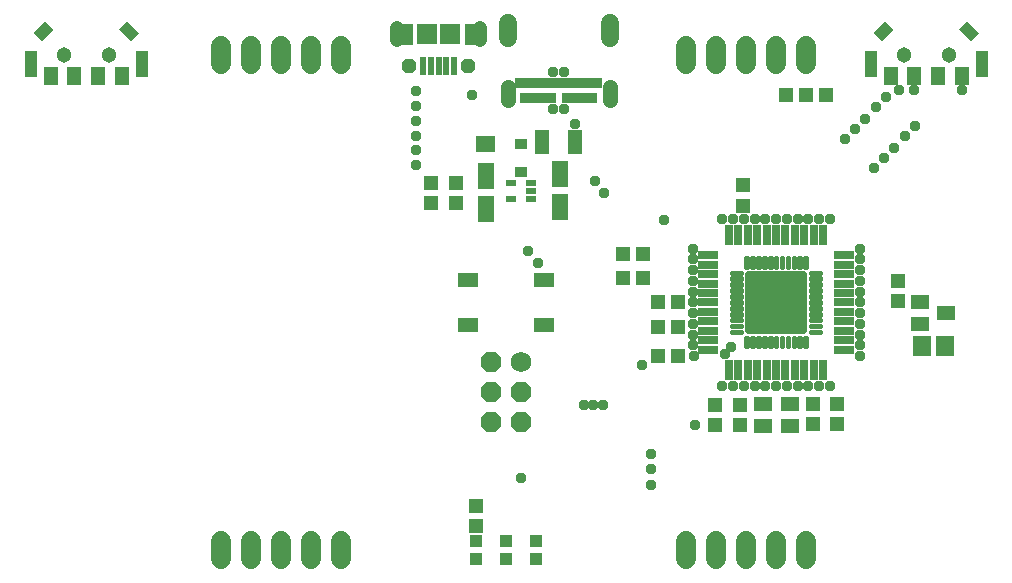
<source format=gbr>
G04 EAGLE Gerber RS-274X export*
G75*
%MOMM*%
%FSLAX34Y34*%
%LPD*%
%INSoldermask Top*%
%IPPOS*%
%AMOC8*
5,1,8,0,0,1.08239X$1,22.5*%
G01*
%ADD10R,1.676400X0.711200*%
%ADD11R,0.711200X1.676400*%
%ADD12C,0.686816*%
%ADD13C,0.276759*%
%ADD14R,0.953200X0.603200*%
%ADD15R,1.203200X2.003200*%
%ADD16R,1.033200X0.833200*%
%ADD17R,0.838200X1.473200*%
%ADD18R,1.503200X1.303200*%
%ADD19R,1.203200X1.303200*%
%ADD20R,0.603200X1.553200*%
%ADD21P,1.365110X8X202.500000*%
%ADD22C,1.211200*%
%ADD23R,1.703200X1.753200*%
%ADD24R,0.503200X0.903200*%
%ADD25R,1.203200X0.903200*%
%ADD26C,1.311200*%
%ADD27C,1.503200*%
%ADD28R,1.403200X2.203200*%
%ADD29R,1.303200X1.203200*%
%ADD30R,1.003200X1.003200*%
%ADD31R,1.203200X1.503200*%
%ADD32R,1.103200X2.203200*%
%ADD33C,1.303200*%
%ADD34R,1.403200X1.003200*%
%ADD35C,1.727200*%
%ADD36R,1.803200X1.203200*%
%ADD37C,1.727200*%
%ADD38P,1.869504X8X292.500000*%
%ADD39R,1.603200X1.203200*%
%ADD40R,1.503200X1.703200*%
%ADD41C,0.959600*%

G36*
X410650Y465908D02*
X410650Y465908D01*
X410651Y465908D01*
X411763Y466033D01*
X411764Y466034D01*
X411764Y466033D01*
X412821Y466403D01*
X412821Y466404D01*
X412822Y466404D01*
X413770Y466999D01*
X413770Y467000D01*
X413771Y467000D01*
X414563Y467792D01*
X414563Y467793D01*
X415159Y468741D01*
X415159Y468742D01*
X415529Y469798D01*
X415529Y469799D01*
X415530Y469802D01*
X415530Y469807D01*
X415531Y469812D01*
X415531Y469816D01*
X415533Y469831D01*
X415533Y469835D01*
X415534Y469840D01*
X415534Y469845D01*
X415535Y469845D01*
X415534Y469845D01*
X415535Y469850D01*
X415536Y469854D01*
X415537Y469869D01*
X415538Y469873D01*
X415538Y469878D01*
X415539Y469883D01*
X415539Y469888D01*
X415540Y469892D01*
X415541Y469907D01*
X415542Y469911D01*
X415543Y469916D01*
X415543Y469921D01*
X415544Y469926D01*
X415544Y469930D01*
X415546Y469945D01*
X415546Y469949D01*
X415547Y469954D01*
X415547Y469959D01*
X415548Y469964D01*
X415549Y469978D01*
X415550Y469978D01*
X415549Y469978D01*
X415550Y469983D01*
X415551Y469987D01*
X415551Y469992D01*
X415552Y469997D01*
X415552Y470002D01*
X415554Y470016D01*
X415554Y470021D01*
X415555Y470025D01*
X415555Y470030D01*
X415556Y470035D01*
X415556Y470040D01*
X415558Y470054D01*
X415559Y470059D01*
X415559Y470063D01*
X415560Y470068D01*
X415560Y470073D01*
X415561Y470078D01*
X415562Y470092D01*
X415563Y470097D01*
X415563Y470101D01*
X415564Y470106D01*
X415564Y470111D01*
X415567Y470130D01*
X415567Y470135D01*
X415568Y470139D01*
X415568Y470144D01*
X415569Y470149D01*
X415570Y470163D01*
X415571Y470168D01*
X415571Y470173D01*
X415572Y470177D01*
X415572Y470182D01*
X415573Y470182D01*
X415572Y470182D01*
X415573Y470187D01*
X415575Y470201D01*
X415575Y470206D01*
X415576Y470211D01*
X415576Y470215D01*
X415577Y470220D01*
X415577Y470225D01*
X415579Y470239D01*
X415579Y470244D01*
X415580Y470249D01*
X415581Y470253D01*
X415581Y470258D01*
X415582Y470263D01*
X415583Y470277D01*
X415584Y470282D01*
X415584Y470287D01*
X415585Y470291D01*
X415585Y470296D01*
X415587Y470315D01*
X415588Y470315D01*
X415587Y470315D01*
X415588Y470320D01*
X415589Y470325D01*
X415589Y470329D01*
X415590Y470334D01*
X415591Y470348D01*
X415592Y470353D01*
X415592Y470358D01*
X415593Y470363D01*
X415593Y470367D01*
X415594Y470372D01*
X415596Y470386D01*
X415596Y470391D01*
X415597Y470396D01*
X415597Y470401D01*
X415598Y470405D01*
X415598Y470410D01*
X415600Y470424D01*
X415600Y470429D01*
X415601Y470434D01*
X415601Y470439D01*
X415602Y470443D01*
X415602Y470448D01*
X415604Y470462D01*
X415605Y470467D01*
X415605Y470472D01*
X415606Y470477D01*
X415606Y470481D01*
X415608Y470496D01*
X415608Y470500D01*
X415609Y470505D01*
X415609Y470510D01*
X415610Y470515D01*
X415610Y470519D01*
X415611Y470519D01*
X415610Y470519D01*
X415612Y470534D01*
X415613Y470538D01*
X415613Y470543D01*
X415614Y470548D01*
X415614Y470553D01*
X415615Y470557D01*
X415616Y470572D01*
X415617Y470576D01*
X415617Y470581D01*
X415618Y470586D01*
X415619Y470591D01*
X415619Y470595D01*
X415621Y470610D01*
X415621Y470614D01*
X415622Y470619D01*
X415622Y470624D01*
X415623Y470629D01*
X415625Y470648D01*
X415625Y470652D01*
X415626Y470652D01*
X415625Y470652D01*
X415626Y470657D01*
X415627Y470662D01*
X415627Y470667D01*
X415629Y470681D01*
X415629Y470686D01*
X415630Y470690D01*
X415630Y470695D01*
X415631Y470700D01*
X415631Y470705D01*
X415633Y470719D01*
X415634Y470724D01*
X415634Y470728D01*
X415635Y470733D01*
X415635Y470738D01*
X415636Y470743D01*
X415637Y470757D01*
X415638Y470762D01*
X415638Y470766D01*
X415639Y470771D01*
X415639Y470776D01*
X415640Y470781D01*
X415642Y470795D01*
X415642Y470800D01*
X415643Y470804D01*
X415643Y470809D01*
X415644Y470814D01*
X415646Y470833D01*
X415646Y470838D01*
X415647Y470842D01*
X415647Y470847D01*
X415648Y470852D01*
X415650Y470866D01*
X415650Y470871D01*
X415651Y470876D01*
X415651Y470880D01*
X415652Y470885D01*
X415652Y470890D01*
X415654Y470904D01*
X415654Y470909D01*
X415655Y470912D01*
X415655Y470913D01*
X415655Y478413D01*
X415529Y479526D01*
X415529Y479527D01*
X415159Y480583D01*
X415159Y480584D01*
X414563Y481532D01*
X414562Y481533D01*
X414563Y481533D01*
X413771Y482325D01*
X413770Y482325D01*
X413770Y482326D01*
X412822Y482921D01*
X412821Y482921D01*
X412821Y482922D01*
X411764Y483292D01*
X411764Y483291D01*
X411763Y483292D01*
X410651Y483417D01*
X410650Y483417D01*
X396650Y483417D01*
X396645Y483413D01*
X396646Y483413D01*
X396645Y483413D01*
X396645Y465913D01*
X396649Y465908D01*
X396650Y465908D01*
X410650Y465908D01*
X410650Y465908D01*
G37*
G36*
X352655Y465912D02*
X352655Y465912D01*
X352654Y465912D01*
X352655Y465913D01*
X352655Y483413D01*
X352651Y483417D01*
X352650Y483417D01*
X338650Y483417D01*
X338649Y483417D01*
X337537Y483292D01*
X337536Y483291D01*
X337536Y483292D01*
X336479Y482922D01*
X336479Y482921D01*
X336478Y482921D01*
X335530Y482326D01*
X335530Y482325D01*
X335529Y482325D01*
X334738Y481533D01*
X334737Y481533D01*
X334737Y481532D01*
X334141Y480584D01*
X334141Y480583D01*
X333771Y479527D01*
X333771Y479526D01*
X333769Y479512D01*
X333769Y479508D01*
X333768Y479503D01*
X333768Y479498D01*
X333767Y479493D01*
X333765Y479479D01*
X333765Y479474D01*
X333764Y479470D01*
X333764Y479465D01*
X333763Y479460D01*
X333763Y479455D01*
X333761Y479441D01*
X333761Y479436D01*
X333760Y479432D01*
X333760Y479427D01*
X333759Y479422D01*
X333758Y479417D01*
X333757Y479403D01*
X333756Y479398D01*
X333756Y479394D01*
X333755Y479389D01*
X333755Y479384D01*
X333754Y479379D01*
X333753Y479365D01*
X333752Y479360D01*
X333752Y479356D01*
X333751Y479356D01*
X333752Y479356D01*
X333751Y479351D01*
X333750Y479346D01*
X333748Y479327D01*
X333748Y479322D01*
X333747Y479318D01*
X333747Y479313D01*
X333746Y479308D01*
X333745Y479294D01*
X333744Y479289D01*
X333743Y479284D01*
X333743Y479280D01*
X333742Y479275D01*
X333742Y479270D01*
X333740Y479256D01*
X333740Y479251D01*
X333739Y479246D01*
X333739Y479242D01*
X333738Y479237D01*
X333738Y479232D01*
X333736Y479218D01*
X333735Y479213D01*
X333735Y479208D01*
X333734Y479204D01*
X333734Y479199D01*
X333733Y479194D01*
X333732Y479180D01*
X333731Y479175D01*
X333731Y479170D01*
X333730Y479166D01*
X333730Y479161D01*
X333728Y479147D01*
X333727Y479142D01*
X333727Y479137D01*
X333726Y479132D01*
X333726Y479128D01*
X333725Y479123D01*
X333724Y479109D01*
X333723Y479104D01*
X333723Y479099D01*
X333722Y479094D01*
X333722Y479090D01*
X333721Y479085D01*
X333719Y479071D01*
X333719Y479066D01*
X333718Y479061D01*
X333718Y479056D01*
X333717Y479052D01*
X333717Y479047D01*
X333715Y479033D01*
X333715Y479028D01*
X333714Y479023D01*
X333714Y479018D01*
X333713Y479018D01*
X333714Y479018D01*
X333713Y479014D01*
X333711Y478995D01*
X333710Y478990D01*
X333710Y478985D01*
X333709Y478980D01*
X333709Y478976D01*
X333707Y478961D01*
X333707Y478957D01*
X333706Y478952D01*
X333705Y478947D01*
X333705Y478942D01*
X333704Y478938D01*
X333703Y478923D01*
X333702Y478919D01*
X333702Y478914D01*
X333701Y478909D01*
X333701Y478904D01*
X333700Y478900D01*
X333699Y478885D01*
X333698Y478885D01*
X333699Y478885D01*
X333698Y478881D01*
X333697Y478876D01*
X333697Y478871D01*
X333696Y478866D01*
X333696Y478862D01*
X333694Y478847D01*
X333694Y478843D01*
X333693Y478838D01*
X333693Y478833D01*
X333692Y478828D01*
X333690Y478809D01*
X333689Y478805D01*
X333689Y478800D01*
X333688Y478795D01*
X333688Y478790D01*
X333686Y478776D01*
X333686Y478771D01*
X333685Y478767D01*
X333685Y478762D01*
X333684Y478757D01*
X333684Y478752D01*
X333682Y478738D01*
X333681Y478733D01*
X333681Y478729D01*
X333680Y478724D01*
X333680Y478719D01*
X333679Y478714D01*
X333678Y478700D01*
X333677Y478695D01*
X333677Y478691D01*
X333676Y478686D01*
X333676Y478681D01*
X333675Y478681D01*
X333676Y478681D01*
X333675Y478676D01*
X333673Y478662D01*
X333673Y478657D01*
X333672Y478653D01*
X333672Y478648D01*
X333671Y478643D01*
X333670Y478629D01*
X333669Y478624D01*
X333669Y478619D01*
X333668Y478615D01*
X333667Y478610D01*
X333667Y478605D01*
X333665Y478591D01*
X333665Y478586D01*
X333664Y478581D01*
X333664Y478577D01*
X333663Y478572D01*
X333663Y478567D01*
X333661Y478553D01*
X333661Y478548D01*
X333660Y478548D01*
X333661Y478548D01*
X333660Y478543D01*
X333659Y478539D01*
X333659Y478534D01*
X333658Y478529D01*
X333657Y478515D01*
X333656Y478510D01*
X333656Y478505D01*
X333655Y478501D01*
X333655Y478496D01*
X333652Y478477D01*
X333652Y478472D01*
X333651Y478467D01*
X333651Y478463D01*
X333650Y478458D01*
X333649Y478444D01*
X333648Y478439D01*
X333648Y478434D01*
X333647Y478429D01*
X333647Y478425D01*
X333646Y478420D01*
X333645Y478413D01*
X333646Y478413D01*
X333645Y478413D01*
X333645Y470913D01*
X333646Y470912D01*
X333645Y470912D01*
X333771Y469799D01*
X333771Y469798D01*
X334141Y468742D01*
X334141Y468741D01*
X334737Y467793D01*
X334738Y467792D01*
X335529Y467000D01*
X335530Y467000D01*
X335530Y466999D01*
X336478Y466404D01*
X336479Y466404D01*
X336479Y466403D01*
X337536Y466033D01*
X337537Y466034D01*
X337537Y466033D01*
X338649Y465908D01*
X338650Y465908D01*
X352650Y465908D01*
X352655Y465912D01*
G37*
D10*
X602996Y287528D03*
X602996Y279654D03*
X602996Y271526D03*
X602996Y263652D03*
X602996Y255524D03*
X602996Y247650D03*
X602996Y239776D03*
X602996Y231648D03*
X602996Y223774D03*
X602996Y215646D03*
X602996Y207772D03*
D11*
X620522Y190246D03*
X628396Y190246D03*
X636524Y190246D03*
X644398Y190246D03*
X652526Y190246D03*
X660400Y190246D03*
X668274Y190246D03*
X676402Y190246D03*
X684276Y190246D03*
X692404Y190246D03*
X700278Y190246D03*
D10*
X717804Y207772D03*
X717804Y215646D03*
X717804Y223774D03*
X717804Y231648D03*
X717804Y239776D03*
X717804Y247650D03*
X717804Y255524D03*
X717804Y263652D03*
X717804Y271526D03*
X717804Y279654D03*
X717804Y287528D03*
D11*
X700278Y305054D03*
X692404Y305054D03*
X684276Y305054D03*
X676402Y305054D03*
X668274Y305054D03*
X660400Y305054D03*
X652526Y305054D03*
X644398Y305054D03*
X636524Y305054D03*
X628396Y305054D03*
X620522Y305054D03*
D12*
X637418Y224668D02*
X683382Y224668D01*
X637418Y224668D02*
X637418Y270632D01*
X683382Y270632D01*
X683382Y224668D01*
X683382Y231193D02*
X637418Y231193D01*
X637418Y237718D02*
X683382Y237718D01*
X683382Y244243D02*
X637418Y244243D01*
X637418Y250768D02*
X683382Y250768D01*
X683382Y257293D02*
X637418Y257293D01*
X637418Y263818D02*
X683382Y263818D01*
X683382Y270343D02*
X637418Y270343D01*
D13*
X631532Y273782D02*
X622268Y273782D01*
X631532Y273782D02*
X631532Y271518D01*
X622268Y271518D01*
X622268Y273782D01*
X622268Y268782D02*
X631532Y268782D01*
X631532Y266518D01*
X622268Y266518D01*
X622268Y268782D01*
X622268Y263782D02*
X631532Y263782D01*
X631532Y261518D01*
X622268Y261518D01*
X622268Y263782D01*
X622268Y258782D02*
X631532Y258782D01*
X631532Y256518D01*
X622268Y256518D01*
X622268Y258782D01*
X622268Y253782D02*
X631532Y253782D01*
X631532Y251518D01*
X622268Y251518D01*
X622268Y253782D01*
X622268Y248782D02*
X631532Y248782D01*
X631532Y246518D01*
X622268Y246518D01*
X622268Y248782D01*
X622268Y243782D02*
X631532Y243782D01*
X631532Y241518D01*
X622268Y241518D01*
X622268Y243782D01*
X622268Y238782D02*
X631532Y238782D01*
X631532Y236518D01*
X622268Y236518D01*
X622268Y238782D01*
X622268Y233782D02*
X631532Y233782D01*
X631532Y231518D01*
X622268Y231518D01*
X622268Y233782D01*
X622268Y228782D02*
X631532Y228782D01*
X631532Y226518D01*
X622268Y226518D01*
X622268Y228782D01*
X622268Y223782D02*
X631532Y223782D01*
X631532Y221518D01*
X622268Y221518D01*
X622268Y223782D01*
X634268Y218782D02*
X634268Y209518D01*
X634268Y218782D02*
X636532Y218782D01*
X636532Y209518D01*
X634268Y209518D01*
X634268Y212148D02*
X636532Y212148D01*
X636532Y214778D02*
X634268Y214778D01*
X634268Y217408D02*
X636532Y217408D01*
X639268Y218782D02*
X639268Y209518D01*
X639268Y218782D02*
X641532Y218782D01*
X641532Y209518D01*
X639268Y209518D01*
X639268Y212148D02*
X641532Y212148D01*
X641532Y214778D02*
X639268Y214778D01*
X639268Y217408D02*
X641532Y217408D01*
X644268Y218782D02*
X644268Y209518D01*
X644268Y218782D02*
X646532Y218782D01*
X646532Y209518D01*
X644268Y209518D01*
X644268Y212148D02*
X646532Y212148D01*
X646532Y214778D02*
X644268Y214778D01*
X644268Y217408D02*
X646532Y217408D01*
X649268Y218782D02*
X649268Y209518D01*
X649268Y218782D02*
X651532Y218782D01*
X651532Y209518D01*
X649268Y209518D01*
X649268Y212148D02*
X651532Y212148D01*
X651532Y214778D02*
X649268Y214778D01*
X649268Y217408D02*
X651532Y217408D01*
X654268Y218782D02*
X654268Y209518D01*
X654268Y218782D02*
X656532Y218782D01*
X656532Y209518D01*
X654268Y209518D01*
X654268Y212148D02*
X656532Y212148D01*
X656532Y214778D02*
X654268Y214778D01*
X654268Y217408D02*
X656532Y217408D01*
X659268Y218782D02*
X659268Y209518D01*
X659268Y218782D02*
X661532Y218782D01*
X661532Y209518D01*
X659268Y209518D01*
X659268Y212148D02*
X661532Y212148D01*
X661532Y214778D02*
X659268Y214778D01*
X659268Y217408D02*
X661532Y217408D01*
X664268Y218782D02*
X664268Y209518D01*
X664268Y218782D02*
X666532Y218782D01*
X666532Y209518D01*
X664268Y209518D01*
X664268Y212148D02*
X666532Y212148D01*
X666532Y214778D02*
X664268Y214778D01*
X664268Y217408D02*
X666532Y217408D01*
X669268Y218782D02*
X669268Y209518D01*
X669268Y218782D02*
X671532Y218782D01*
X671532Y209518D01*
X669268Y209518D01*
X669268Y212148D02*
X671532Y212148D01*
X671532Y214778D02*
X669268Y214778D01*
X669268Y217408D02*
X671532Y217408D01*
X674268Y218782D02*
X674268Y209518D01*
X674268Y218782D02*
X676532Y218782D01*
X676532Y209518D01*
X674268Y209518D01*
X674268Y212148D02*
X676532Y212148D01*
X676532Y214778D02*
X674268Y214778D01*
X674268Y217408D02*
X676532Y217408D01*
X679268Y218782D02*
X679268Y209518D01*
X679268Y218782D02*
X681532Y218782D01*
X681532Y209518D01*
X679268Y209518D01*
X679268Y212148D02*
X681532Y212148D01*
X681532Y214778D02*
X679268Y214778D01*
X679268Y217408D02*
X681532Y217408D01*
X684268Y218782D02*
X684268Y209518D01*
X684268Y218782D02*
X686532Y218782D01*
X686532Y209518D01*
X684268Y209518D01*
X684268Y212148D02*
X686532Y212148D01*
X686532Y214778D02*
X684268Y214778D01*
X684268Y217408D02*
X686532Y217408D01*
X689268Y221518D02*
X698532Y221518D01*
X689268Y221518D02*
X689268Y223782D01*
X698532Y223782D01*
X698532Y221518D01*
X698532Y226518D02*
X689268Y226518D01*
X689268Y228782D01*
X698532Y228782D01*
X698532Y226518D01*
X698532Y231518D02*
X689268Y231518D01*
X689268Y233782D01*
X698532Y233782D01*
X698532Y231518D01*
X698532Y236518D02*
X689268Y236518D01*
X689268Y238782D01*
X698532Y238782D01*
X698532Y236518D01*
X698532Y241518D02*
X689268Y241518D01*
X689268Y243782D01*
X698532Y243782D01*
X698532Y241518D01*
X698532Y246518D02*
X689268Y246518D01*
X689268Y248782D01*
X698532Y248782D01*
X698532Y246518D01*
X698532Y251518D02*
X689268Y251518D01*
X689268Y253782D01*
X698532Y253782D01*
X698532Y251518D01*
X698532Y256518D02*
X689268Y256518D01*
X689268Y258782D01*
X698532Y258782D01*
X698532Y256518D01*
X698532Y261518D02*
X689268Y261518D01*
X689268Y263782D01*
X698532Y263782D01*
X698532Y261518D01*
X698532Y266518D02*
X689268Y266518D01*
X689268Y268782D01*
X698532Y268782D01*
X698532Y266518D01*
X698532Y271518D02*
X689268Y271518D01*
X689268Y273782D01*
X698532Y273782D01*
X698532Y271518D01*
X686532Y276518D02*
X686532Y285782D01*
X686532Y276518D02*
X684268Y276518D01*
X684268Y285782D01*
X686532Y285782D01*
X686532Y279148D02*
X684268Y279148D01*
X684268Y281778D02*
X686532Y281778D01*
X686532Y284408D02*
X684268Y284408D01*
X681532Y285782D02*
X681532Y276518D01*
X679268Y276518D01*
X679268Y285782D01*
X681532Y285782D01*
X681532Y279148D02*
X679268Y279148D01*
X679268Y281778D02*
X681532Y281778D01*
X681532Y284408D02*
X679268Y284408D01*
X676532Y285782D02*
X676532Y276518D01*
X674268Y276518D01*
X674268Y285782D01*
X676532Y285782D01*
X676532Y279148D02*
X674268Y279148D01*
X674268Y281778D02*
X676532Y281778D01*
X676532Y284408D02*
X674268Y284408D01*
X671532Y285782D02*
X671532Y276518D01*
X669268Y276518D01*
X669268Y285782D01*
X671532Y285782D01*
X671532Y279148D02*
X669268Y279148D01*
X669268Y281778D02*
X671532Y281778D01*
X671532Y284408D02*
X669268Y284408D01*
X666532Y285782D02*
X666532Y276518D01*
X664268Y276518D01*
X664268Y285782D01*
X666532Y285782D01*
X666532Y279148D02*
X664268Y279148D01*
X664268Y281778D02*
X666532Y281778D01*
X666532Y284408D02*
X664268Y284408D01*
X661532Y285782D02*
X661532Y276518D01*
X659268Y276518D01*
X659268Y285782D01*
X661532Y285782D01*
X661532Y279148D02*
X659268Y279148D01*
X659268Y281778D02*
X661532Y281778D01*
X661532Y284408D02*
X659268Y284408D01*
X656532Y285782D02*
X656532Y276518D01*
X654268Y276518D01*
X654268Y285782D01*
X656532Y285782D01*
X656532Y279148D02*
X654268Y279148D01*
X654268Y281778D02*
X656532Y281778D01*
X656532Y284408D02*
X654268Y284408D01*
X651532Y285782D02*
X651532Y276518D01*
X649268Y276518D01*
X649268Y285782D01*
X651532Y285782D01*
X651532Y279148D02*
X649268Y279148D01*
X649268Y281778D02*
X651532Y281778D01*
X651532Y284408D02*
X649268Y284408D01*
X646532Y285782D02*
X646532Y276518D01*
X644268Y276518D01*
X644268Y285782D01*
X646532Y285782D01*
X646532Y279148D02*
X644268Y279148D01*
X644268Y281778D02*
X646532Y281778D01*
X646532Y284408D02*
X644268Y284408D01*
X641532Y285782D02*
X641532Y276518D01*
X639268Y276518D01*
X639268Y285782D01*
X641532Y285782D01*
X641532Y279148D02*
X639268Y279148D01*
X639268Y281778D02*
X641532Y281778D01*
X641532Y284408D02*
X639268Y284408D01*
X636532Y285782D02*
X636532Y276518D01*
X634268Y276518D01*
X634268Y285782D01*
X636532Y285782D01*
X636532Y279148D02*
X634268Y279148D01*
X634268Y281778D02*
X636532Y281778D01*
X636532Y284408D02*
X634268Y284408D01*
D14*
X452750Y335606D03*
X452750Y342106D03*
X452750Y348606D03*
X436250Y348606D03*
X436250Y335606D03*
D15*
X490250Y383381D03*
X462250Y383381D03*
D16*
X444500Y358388D03*
X444500Y381388D03*
D17*
X418457Y381794D03*
X410219Y381794D03*
D18*
X648900Y143400D03*
X671900Y143400D03*
X671900Y161400D03*
X648900Y161400D03*
D19*
X629444Y160900D03*
X629444Y143900D03*
X691356Y144694D03*
X691356Y161694D03*
D20*
X387650Y447663D03*
X381150Y447663D03*
X374650Y447663D03*
X368150Y447663D03*
X361650Y447663D03*
D21*
X399650Y447663D03*
X349650Y447663D03*
D22*
X409650Y469623D02*
X409650Y479703D01*
D23*
X384650Y474663D03*
X364650Y474663D03*
D22*
X339650Y469623D02*
X339650Y479703D01*
D24*
X506250Y420294D03*
X501250Y420294D03*
X496250Y420294D03*
X491250Y420294D03*
X486250Y420294D03*
X481250Y420294D03*
X471250Y420294D03*
X466250Y420294D03*
X461250Y420294D03*
X456250Y420294D03*
X451250Y420294D03*
X446250Y420294D03*
D25*
X445250Y433294D03*
D24*
X453750Y433294D03*
X458750Y433294D03*
X463750Y433294D03*
X468750Y433294D03*
X473750Y433294D03*
X478750Y433294D03*
X483750Y433294D03*
X488750Y433294D03*
X493750Y433294D03*
X498750Y433294D03*
D25*
X507250Y433294D03*
D26*
X519450Y429934D02*
X519450Y418854D01*
X433050Y418854D02*
X433050Y429934D01*
D27*
X519450Y471494D02*
X519450Y484494D01*
X433050Y484494D02*
X433050Y471494D01*
D19*
X530456Y288925D03*
X547456Y288925D03*
X530456Y268288D03*
X547456Y268288D03*
D28*
X477044Y356106D03*
X477044Y328106D03*
X414338Y354519D03*
X414338Y326519D03*
D19*
X368300Y349019D03*
X368300Y332019D03*
X388938Y349019D03*
X388938Y332019D03*
D29*
X406400Y58175D03*
X406400Y75175D03*
D30*
X406400Y30600D03*
X406400Y45600D03*
D29*
X608806Y160900D03*
X608806Y143900D03*
D19*
X632619Y329638D03*
X632619Y346638D03*
D29*
X577619Y227013D03*
X560619Y227013D03*
X577619Y247650D03*
X560619Y247650D03*
D30*
X457200Y30600D03*
X457200Y45600D03*
X431800Y30600D03*
X431800Y45600D03*
D29*
X711994Y144694D03*
X711994Y161694D03*
D19*
X560619Y202406D03*
X577619Y202406D03*
D31*
X86200Y439763D03*
X66200Y439763D03*
X106200Y439763D03*
X46200Y439763D03*
D32*
X29200Y449763D03*
X123200Y449763D03*
D33*
X57200Y456763D03*
X95200Y456763D03*
D34*
G36*
X113814Y468756D02*
X103893Y478677D01*
X110986Y485770D01*
X120907Y475849D01*
X113814Y468756D01*
G37*
G36*
X48507Y478677D02*
X38586Y468756D01*
X31493Y475849D01*
X41414Y485770D01*
X48507Y478677D01*
G37*
D31*
X797400Y439763D03*
X777400Y439763D03*
X817400Y439763D03*
X757400Y439763D03*
D32*
X740400Y449763D03*
X834400Y449763D03*
D33*
X768400Y456763D03*
X806400Y456763D03*
D34*
G36*
X825014Y468756D02*
X815093Y478677D01*
X822186Y485770D01*
X832107Y475849D01*
X825014Y468756D01*
G37*
G36*
X759707Y478677D02*
X749786Y468756D01*
X742693Y475849D01*
X752614Y485770D01*
X759707Y478677D01*
G37*
D35*
X292100Y464820D02*
X292100Y449580D01*
X266700Y449580D02*
X266700Y464820D01*
X241300Y464820D02*
X241300Y449580D01*
X215900Y449580D02*
X215900Y464820D01*
X190500Y464820D02*
X190500Y449580D01*
X685800Y449580D02*
X685800Y464820D01*
X660400Y464820D02*
X660400Y449580D01*
X635000Y449580D02*
X635000Y464820D01*
X609600Y464820D02*
X609600Y449580D01*
X584200Y449580D02*
X584200Y464820D01*
X292100Y45720D02*
X292100Y30480D01*
X266700Y30480D02*
X266700Y45720D01*
X241300Y45720D02*
X241300Y30480D01*
X215900Y30480D02*
X215900Y45720D01*
X190500Y45720D02*
X190500Y30480D01*
X685800Y30480D02*
X685800Y45720D01*
X660400Y45720D02*
X660400Y30480D01*
X635000Y30480D02*
X635000Y45720D01*
X609600Y45720D02*
X609600Y30480D01*
X584200Y30480D02*
X584200Y45720D01*
D36*
X399800Y266650D03*
X463800Y266650D03*
X399800Y228650D03*
X463800Y228650D03*
D37*
X444500Y196850D03*
D38*
X444500Y171450D03*
X444500Y146050D03*
X419100Y196850D03*
X419100Y171450D03*
X419100Y146050D03*
D39*
X803956Y238919D03*
X781956Y229419D03*
X781956Y248419D03*
D40*
X784250Y211138D03*
X803250Y211138D03*
D29*
X763588Y248675D03*
X763588Y265675D03*
D19*
X703031Y423069D03*
X686031Y423069D03*
X685569Y423069D03*
X668569Y423069D03*
D41*
X589756Y284002D03*
X589756Y238562D03*
X402716Y423353D03*
X490517Y398442D03*
X668338Y247650D03*
X676275Y247650D03*
X652463Y247650D03*
X644525Y247650D03*
X660400Y255588D03*
X668338Y255588D03*
X676275Y255588D03*
X652463Y255588D03*
X644525Y255588D03*
X644525Y239713D03*
X652463Y239713D03*
X660400Y239713D03*
X668338Y239713D03*
X676275Y239713D03*
X676275Y231775D03*
X668338Y231775D03*
X660400Y231775D03*
X652463Y231775D03*
X644525Y231775D03*
X644525Y263525D03*
X652463Y263525D03*
X660400Y263525D03*
X668338Y263525D03*
X676275Y263525D03*
X589756Y256738D03*
X696752Y318294D03*
X624048Y318294D03*
X731044Y202210D03*
X642144Y177006D03*
X497681Y161131D03*
X622300Y209550D03*
X616744Y203994D03*
X660400Y247650D03*
X505619Y161131D03*
X513556Y161131D03*
X731044Y293090D03*
X651312Y177006D03*
X660400Y177006D03*
X589756Y274914D03*
X589756Y265826D03*
X589756Y247650D03*
X633136Y318294D03*
X705840Y318294D03*
X614960Y318294D03*
X731044Y211298D03*
X633056Y177006D03*
X444500Y99219D03*
X565159Y317687D03*
X450056Y290918D03*
X591344Y143669D03*
X623968Y177006D03*
X705840Y177006D03*
X590550Y202210D03*
X590324Y211298D03*
X590326Y220386D03*
X589756Y229474D03*
X731044Y284002D03*
X731044Y229474D03*
X744538Y412750D03*
X769144Y388144D03*
X614880Y177006D03*
X731044Y265826D03*
X731044Y256738D03*
X355600Y401638D03*
X718344Y385763D03*
X742874Y361080D03*
X731044Y247650D03*
X355600Y414338D03*
X726999Y394418D03*
X751681Y369888D03*
X589756Y293090D03*
X731044Y238562D03*
X355600Y427038D03*
X735806Y403225D03*
X760413Y378619D03*
X731044Y274914D03*
X731044Y220386D03*
X753269Y421481D03*
X777875Y396875D03*
X669488Y177006D03*
X554038Y119063D03*
X678576Y177006D03*
X554038Y106800D03*
X696752Y177006D03*
X687664Y177006D03*
X642224Y318294D03*
X355600Y364412D03*
X651312Y318294D03*
X355600Y376675D03*
X660400Y318294D03*
X355600Y388938D03*
X669488Y318294D03*
X764381Y427831D03*
X678576Y318294D03*
X777081Y427831D03*
X687664Y318294D03*
X817563Y427831D03*
X458788Y280913D03*
X554038Y92869D03*
X546894Y194469D03*
X471349Y411301D03*
X481131Y442385D03*
X514350Y340519D03*
X481013Y411163D03*
X471250Y442894D03*
X507206Y350838D03*
M02*

</source>
